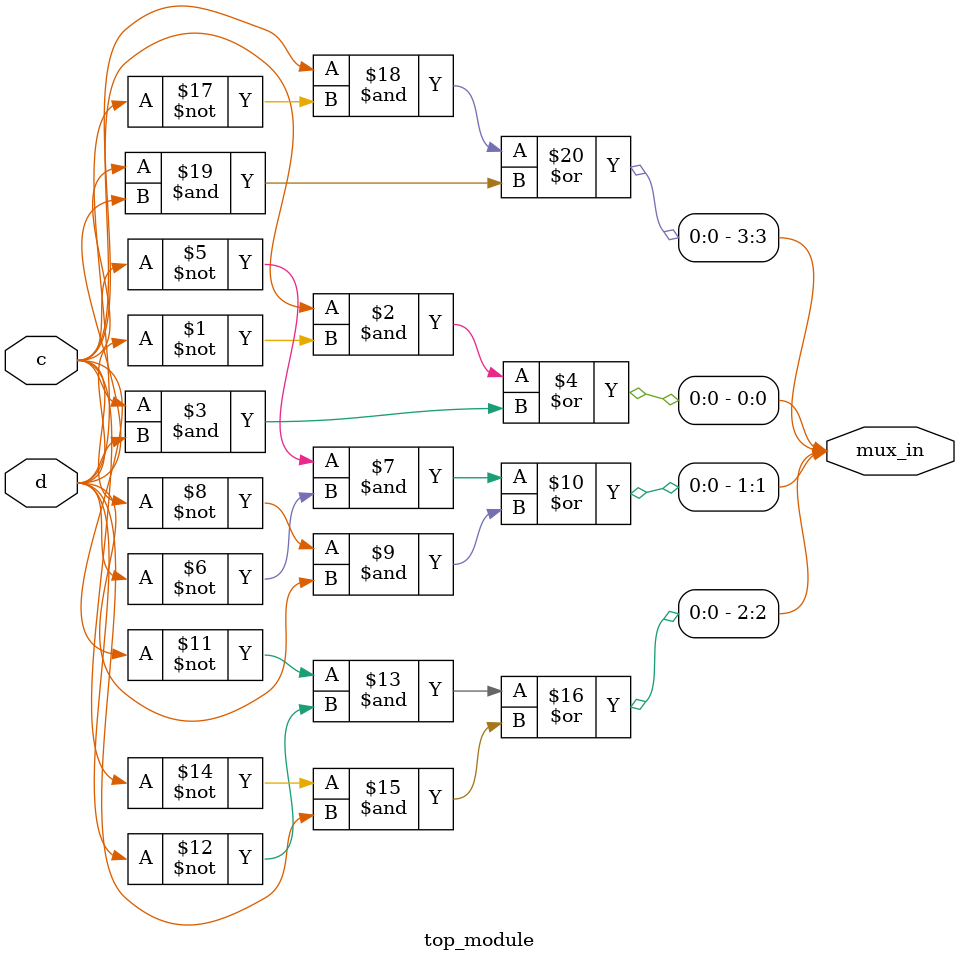
<source format=sv>
module top_module (
	input c,
	input d,
	output [3:0] mux_in
);
	// Implementing the Karnaugh Map using multiplexers
	// Creating a 2-to-1 multiplexer for each output bit of mux_in

	// First output bit mux_in[0]
	// Mux input selection based on c, d
	// c d = 00 -> mux_in[0] = 1'b1
	// c d = 01 -> mux_in[0] = 1'b0
	// c d = 11 -> mux_in[0] = 1'b1
	// c d = 10 -> mux_in[0] = 1'b1
	assign mux_in[0] = (c & ~d) | (c & d);

	// Second output bit mux_in[1]
	// Mux input selection based on c, d
	// c d = 00 -> mux_in[1] = 1'b0
	// c d = 01 -> mux_in[1] = 1'b1
	// c d = 11 -> mux_in[1] = 1'b0
	// c d = 10 -> mux_in[1] = 1'b0
	assign mux_in[1] = (~c & ~d) | (~c & d);

	// Third output bit mux_in[2]
	// Mux input selection based on c, d
	// c d = 00 -> mux_in[2] = 1'b0
	// c d = 01 -> mux_in[2] = 1'b1
	// c d = 11 -> mux_in[2] = 1'b0
	// c d = 10 -> mux_in[2] = 1'b0
	assign mux_in[2] = (~c & ~d) | (~c & d);

	// Fourth output bit mux_in[3]
	// Mux input selection based on c, d
	// c d = 00 -> mux_in[3] = 1'b1
	// c d = 01 -> mux_in[3] = 1'b0
	// c d = 11 -> mux_in[3] = 1'b1
	// c d = 10 -> mux_in[3] = 1'b1
	assign mux_in[3] = (c & ~d) | (c & d);
endmodule

</source>
